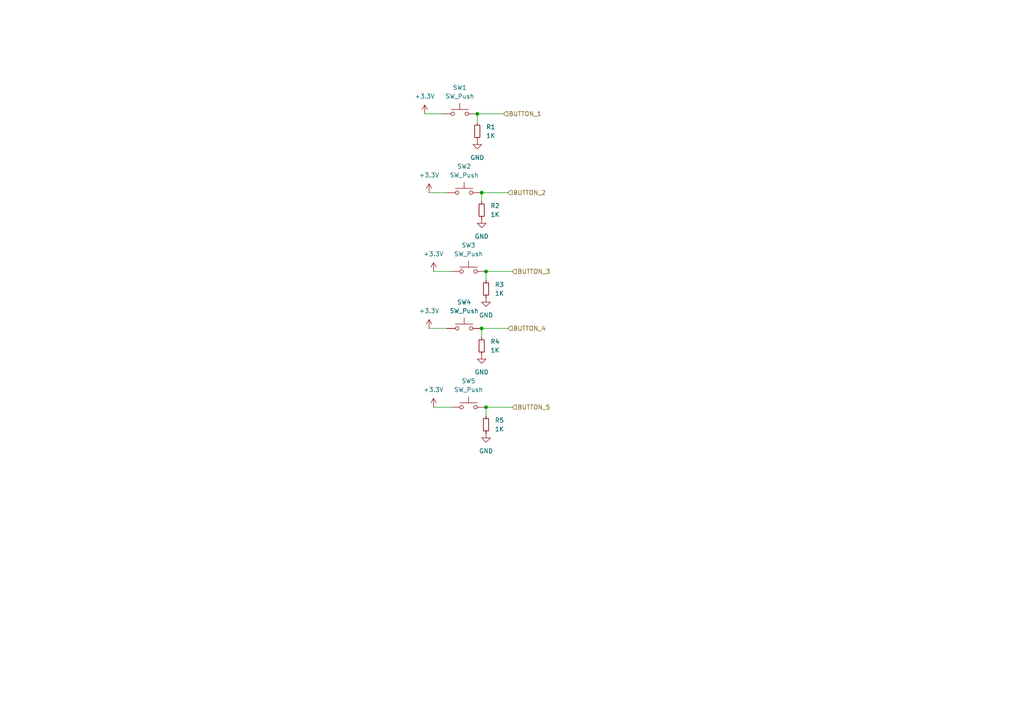
<source format=kicad_sch>
(kicad_sch (version 20250114) (generator "eeschema") (generator_version "9.0")
  (paper "A4")
  (lib_symbols
    (symbol "Device:R_Small" (pin_numbers (hide yes)) (pin_names (offset 0.254) (hide yes))
      (property "Reference" "R" (at 0.762 0.508 0))
      (property "Value" "R_Small" (at 0.762 -1.016 0))
      (symbol "R_Small_0_1"
        (rectangle (start -0.762 1.778) (end 0.762 -1.778) (stroke (width 0.2032)))
      )
      (symbol "R_Small_1_1"
        (pin passive line (at 0 2.54 270) (length 0.762) (name "~") (number "1"))
        (pin passive line (at 0 -2.54 90) (length 0.762) (name "~") (number "2"))
      )
    )
    (symbol "Switch:SW_Push" (pin_numbers (hide yes)) (pin_names (offset 1.016) (hide yes))
      (property "Reference" "SW" (at 1.27 2.54 0))
      (property "Value" "SW_Push" (at 0 -1.524 0))
      (symbol "SW_Push_0_1"
        (circle (center -2.032 0) (radius 0.508))
        (polyline (pts (xy 0 1.27) (xy 0 3.048)))
        (circle (center 2.032 0) (radius 0.508))
        (polyline (pts (xy 2.54 1.27) (xy -2.54 1.27)))
        (pin passive line (at -5.08 0 0) (length 2.54) (name "1") (number "1"))
        (pin passive line (at 5.08 0 180) (length 2.54) (name "2") (number "2"))
      )
    )
    (symbol "power:+3.3V" (power) (pin_numbers (hide yes)) (pin_names (offset 0) (hide yes))
      (property "Value" "+3.3V" (at 0 3.556 0))
      (symbol "+3.3V_0_1"
        (polyline (pts (xy -0.762 1.27) (xy 0 2.54)))
        (polyline (pts (xy 0 2.54) (xy 0.762 1.27)))
        (polyline (pts (xy 0 0) (xy 0 2.54)))
      )
      (symbol "+3.3V_1_1"
        (pin power_in line (at 0 0 90) (length 0) (name "~") (number "1"))
      )
    )
    (symbol "power:GND" (power) (pin_numbers (hide yes)) (pin_names (offset 0) (hide yes))
      (property "Value" "GND" (at 0 -3.81 0))
      (symbol "GND_0_1"
        (polyline (pts (xy 0 0) (xy 0 -1.27) (xy 1.27 -1.27) (xy 0 -2.54) (xy -1.27 -1.27) (xy 0 -1.27)))
      )
      (symbol "GND_1_1"
        (pin power_in line (at 0 0 270) (length 0) (name "~") (number "1"))
      )
    )
  )
  (junction (at 139.7 55.88))
  (junction (at 140.97 78.74))
  (junction (at 138.43 33.02))
  (junction (at 139.7 95.25))
  (junction (at 140.97 118.11))
  (wire (pts (xy 139.7 95.25) (xy 139.7 97.79)))
  (wire (pts (xy 138.43 33.02) (xy 146.05 33.02)))
  (wire (pts (xy 140.97 78.74) (xy 148.59 78.74)))
  (wire (pts (xy 138.43 33.02) (xy 138.43 35.56)))
  (wire (pts (xy 124.46 55.88) (xy 129.54 55.88)))
  (wire (pts (xy 124.46 95.25) (xy 129.54 95.25)))
  (wire (pts (xy 139.7 55.88) (xy 147.32 55.88)))
  (wire (pts (xy 123.19 33.02) (xy 128.27 33.02)))
  (wire (pts (xy 125.73 118.11) (xy 130.81 118.11)))
  (wire (pts (xy 125.73 78.74) (xy 130.81 78.74)))
  (wire (pts (xy 140.97 78.74) (xy 140.97 81.28)))
  (wire (pts (xy 139.7 55.88) (xy 139.7 58.42)))
  (wire (pts (xy 139.7 95.25) (xy 147.32 95.25)))
  (wire (pts (xy 140.97 118.11) (xy 148.59 118.11)))
  (wire (pts (xy 140.97 118.11) (xy 140.97 120.65)))
  (hierarchical_label "BUTTON_2" (shape input) (at 147.32 55.88 0))
  (hierarchical_label "BUTTON_1" (shape input) (at 146.05 33.02 0))
  (hierarchical_label "BUTTON_3" (shape input) (at 148.59 78.74 0))
  (hierarchical_label "BUTTON_4" (shape input) (at 147.32 95.25 0))
  (hierarchical_label "BUTTON_5" (shape input) (at 148.59 118.11 0))
  (symbol (lib_id "power:+3.3V") (at 124.46 55.88 0) (unit 1)
    (property "Reference" "#PWR013" (effects (hide yes)))
    (property "Value" "+3.3V" (at 124.46 50.8 0))
    (property "Description" "Power symbol creates a global label with name \"+3.3V\"" (effects (hide yes)))
  )
  (symbol (lib_id "Switch:SW_Push") (at 133.35 33.02 0) (unit 1)
    (property "Reference" "SW1" (at 133.35 25.4 0))
    (property "Value" "SW_Push" (at 133.35 27.94 0))
    (property "Footprint" "Button_Switch_SMD:SW_Push_1P1T_NO_E-Switch_TL3301NxxxxxG" (effects (hide yes)))
    (property "Description" "Push button switch, generic, two pins" (effects (hide yes)))
  )
  (symbol (lib_id "Device:R_Small") (at 140.97 83.82 0) (unit 1)
    (property "Reference" "R3" (at 143.51 82.5499 0) (effects (justify left)))
    (property "Value" "1K" (at 143.51 85.0899 0) (effects (justify left)))
    (property "Footprint" "Resistor_SMD:R_1206_3216Metric" (effects (hide yes)))
    (property "Description" "Resistor, small symbol" (effects (hide yes)))
  )
  (symbol (lib_id "Device:R_Small") (at 138.43 38.1 0) (unit 1)
    (property "Reference" "R1" (at 140.97 36.8299 0) (effects (justify left)))
    (property "Value" "1K" (at 140.97 39.3699 0) (effects (justify left)))
    (property "Footprint" "Resistor_SMD:R_1206_3216Metric" (effects (hide yes)))
    (property "Description" "Resistor, small symbol" (effects (hide yes)))
  )
  (symbol (lib_id "power:GND") (at 140.97 86.36 0) (unit 1)
    (property "Reference" "#PWR016" (effects (hide yes)))
    (property "Value" "GND" (at 140.97 91.44 0))
    (property "Description" "Power symbol creates a global label with name \"GND\" , ground" (effects (hide yes)))
  )
  (symbol (lib_id "Device:R_Small") (at 139.7 60.96 0) (unit 1)
    (property "Reference" "R2" (at 142.24 59.6899 0) (effects (justify left)))
    (property "Value" "1K" (at 142.24 62.2299 0) (effects (justify left)))
    (property "Footprint" "Resistor_SMD:R_1206_3216Metric" (effects (hide yes)))
    (property "Description" "Resistor, small symbol" (effects (hide yes)))
  )
  (symbol (lib_id "power:GND") (at 138.43 40.64 0) (unit 1)
    (property "Reference" "#PWR07" (effects (hide yes)))
    (property "Value" "GND" (at 138.43 45.72 0))
    (property "Description" "Power symbol creates a global label with name \"GND\" , ground" (effects (hide yes)))
  )
  (symbol (lib_id "power:+3.3V") (at 124.46 95.25 0) (unit 1)
    (property "Reference" "#PWR017" (effects (hide yes)))
    (property "Value" "+3.3V" (at 124.46 90.17 0))
    (property "Description" "Power symbol creates a global label with name \"+3.3V\"" (effects (hide yes)))
  )
  (symbol (lib_id "Switch:SW_Push") (at 134.62 95.25 0) (unit 1)
    (property "Reference" "SW4" (at 134.62 87.63 0))
    (property "Value" "SW_Push" (at 134.62 90.17 0))
    (property "Footprint" "Button_Switch_SMD:SW_Push_1P1T_NO_E-Switch_TL3301NxxxxxG" (effects (hide yes)))
    (property "Description" "Push button switch, generic, two pins" (effects (hide yes)))
  )
  (symbol (lib_id "Device:R_Small") (at 139.7 100.33 0) (unit 1)
    (property "Reference" "R4" (at 142.24 99.0599 0) (effects (justify left)))
    (property "Value" "1K" (at 142.24 101.5999 0) (effects (justify left)))
    (property "Footprint" "Resistor_SMD:R_1206_3216Metric" (effects (hide yes)))
    (property "Description" "Resistor, small symbol" (effects (hide yes)))
  )
  (symbol (lib_id "power:+3.3V") (at 125.73 78.74 0) (unit 1)
    (property "Reference" "#PWR015" (effects (hide yes)))
    (property "Value" "+3.3V" (at 125.73 73.66 0))
    (property "Description" "Power symbol creates a global label with name \"+3.3V\"" (effects (hide yes)))
  )
  (symbol (lib_id "Switch:SW_Push") (at 135.89 78.74 0) (unit 1)
    (property "Reference" "SW3" (at 135.89 71.12 0))
    (property "Value" "SW_Push" (at 135.89 73.66 0))
    (property "Footprint" "Button_Switch_SMD:SW_Push_1P1T_NO_E-Switch_TL3301NxxxxxG" (effects (hide yes)))
    (property "Description" "Push button switch, generic, two pins" (effects (hide yes)))
  )
  (symbol (lib_id "power:GND") (at 139.7 63.5 0) (unit 1)
    (property "Reference" "#PWR014" (effects (hide yes)))
    (property "Value" "GND" (at 139.7 68.58 0))
    (property "Description" "Power symbol creates a global label with name \"GND\" , ground" (effects (hide yes)))
  )
  (symbol (lib_id "power:+3.3V") (at 125.73 118.11 0) (unit 1)
    (property "Reference" "#PWR019" (effects (hide yes)))
    (property "Value" "+3.3V" (at 125.73 113.03 0))
    (property "Description" "Power symbol creates a global label with name \"+3.3V\"" (effects (hide yes)))
  )
  (symbol (lib_id "power:GND") (at 140.97 125.73 0) (unit 1)
    (property "Reference" "#PWR020" (effects (hide yes)))
    (property "Value" "GND" (at 140.97 130.81 0))
    (property "Description" "Power symbol creates a global label with name \"GND\" , ground" (effects (hide yes)))
  )
  (symbol (lib_id "power:GND") (at 139.7 102.87 0) (unit 1)
    (property "Reference" "#PWR018" (effects (hide yes)))
    (property "Value" "GND" (at 139.7 107.95 0))
    (property "Description" "Power symbol creates a global label with name \"GND\" , ground" (effects (hide yes)))
  )
  (symbol (lib_id "power:+3.3V") (at 123.19 33.02 0) (unit 1)
    (property "Reference" "#PWR06" (effects (hide yes)))
    (property "Value" "+3.3V" (at 123.19 27.94 0))
    (property "Description" "Power symbol creates a global label with name \"+3.3V\"" (effects (hide yes)))
  )
  (symbol (lib_id "Switch:SW_Push") (at 135.89 118.11 0) (unit 1)
    (property "Reference" "SW5" (at 135.89 110.49 0))
    (property "Value" "SW_Push" (at 135.89 113.03 0))
    (property "Footprint" "Button_Switch_SMD:SW_Push_1P1T_NO_E-Switch_TL3301NxxxxxG" (effects (hide yes)))
    (property "Description" "Push button switch, generic, two pins" (effects (hide yes)))
  )
  (symbol (lib_id "Switch:SW_Push") (at 134.62 55.88 0) (unit 1)
    (property "Reference" "SW2" (at 134.62 48.26 0))
    (property "Value" "SW_Push" (at 134.62 50.8 0))
    (property "Footprint" "Button_Switch_SMD:SW_Push_1P1T_NO_E-Switch_TL3301NxxxxxG" (effects (hide yes)))
    (property "Description" "Push button switch, generic, two pins" (effects (hide yes)))
  )
  (symbol (lib_id "Device:R_Small") (at 140.97 123.19 0) (unit 1)
    (property "Reference" "R5" (at 143.51 121.9199 0) (effects (justify left)))
    (property "Value" "1K" (at 143.51 124.4599 0) (effects (justify left)))
    (property "Footprint" "Resistor_SMD:R_1206_3216Metric" (effects (hide yes)))
    (property "Description" "Resistor, small symbol" (effects (hide yes)))
  )
)
</source>
